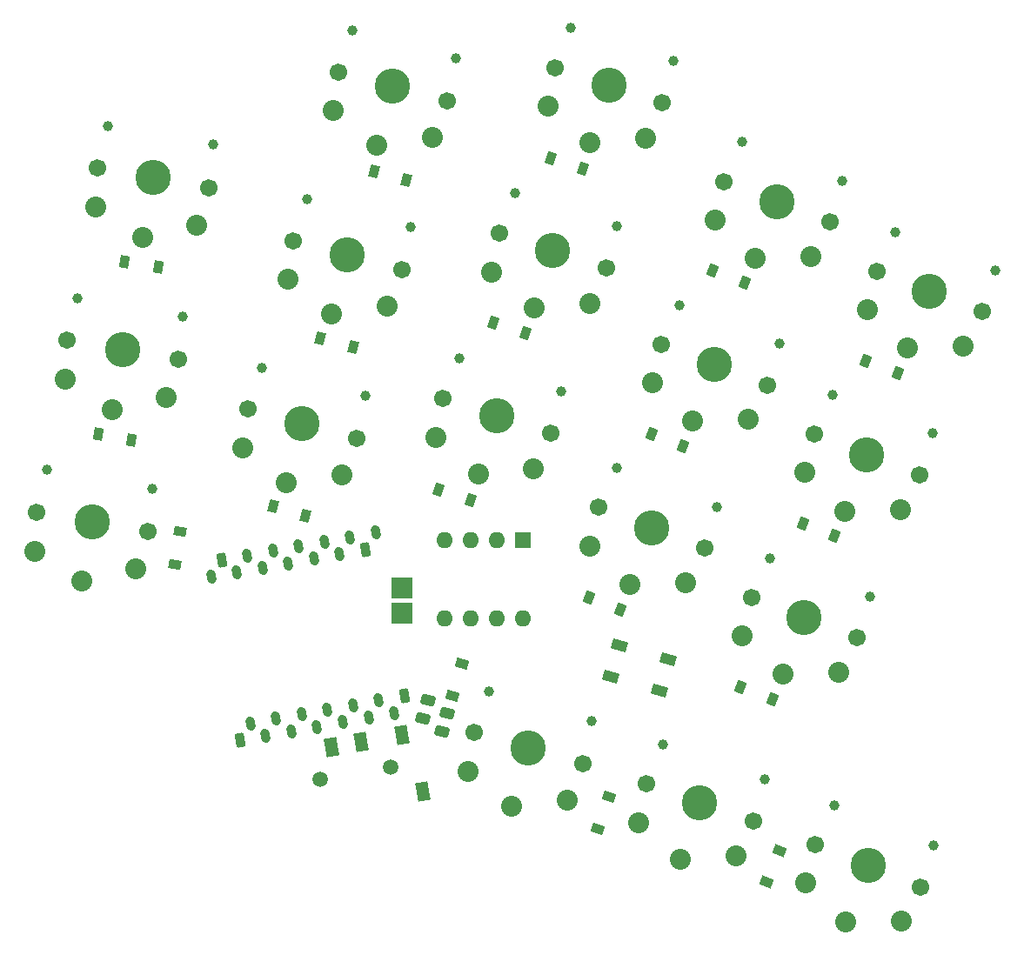
<source format=gbr>
%TF.GenerationSoftware,KiCad,Pcbnew,7.0.5*%
%TF.CreationDate,2023-06-17T18:52:54+04:00*%
%TF.ProjectId,KBD,4b42442e-6b69-4636-9164-5f7063625858,rev?*%
%TF.SameCoordinates,Original*%
%TF.FileFunction,Soldermask,Top*%
%TF.FilePolarity,Negative*%
%FSLAX46Y46*%
G04 Gerber Fmt 4.6, Leading zero omitted, Abs format (unit mm)*
G04 Created by KiCad (PCBNEW 7.0.5) date 2023-06-17 18:52:54*
%MOMM*%
%LPD*%
G01*
G04 APERTURE LIST*
G04 Aperture macros list*
%AMRoundRect*
0 Rectangle with rounded corners*
0 $1 Rounding radius*
0 $2 $3 $4 $5 $6 $7 $8 $9 X,Y pos of 4 corners*
0 Add a 4 corners polygon primitive as box body*
4,1,4,$2,$3,$4,$5,$6,$7,$8,$9,$2,$3,0*
0 Add four circle primitives for the rounded corners*
1,1,$1+$1,$2,$3*
1,1,$1+$1,$4,$5*
1,1,$1+$1,$6,$7*
1,1,$1+$1,$8,$9*
0 Add four rect primitives between the rounded corners*
20,1,$1+$1,$2,$3,$4,$5,0*
20,1,$1+$1,$4,$5,$6,$7,0*
20,1,$1+$1,$6,$7,$8,$9,0*
20,1,$1+$1,$8,$9,$2,$3,0*%
%AMHorizOval*
0 Thick line with rounded ends*
0 $1 width*
0 $2 $3 position (X,Y) of the first rounded end (center of the circle)*
0 $4 $5 position (X,Y) of the second rounded end (center of the circle)*
0 Add line between two ends*
20,1,$1,$2,$3,$4,$5,0*
0 Add two circle primitives to create the rounded ends*
1,1,$1,$2,$3*
1,1,$1,$4,$5*%
%AMRotRect*
0 Rectangle, with rotation*
0 The origin of the aperture is its center*
0 $1 length*
0 $2 width*
0 $3 Rotation angle, in degrees counterclockwise*
0 Add horizontal line*
21,1,$1,$2,0,0,$3*%
G04 Aperture macros list end*
%ADD10C,1.500000*%
%ADD11RotRect,1.200000X1.810000X10.000000*%
%ADD12RotRect,1.235000X1.810000X10.000000*%
%ADD13RotRect,0.900000X1.200000X165.000000*%
%ADD14RotRect,0.900000X1.200000X254.000000*%
%ADD15C,1.701800*%
%ADD16C,0.990600*%
%ADD17C,3.429000*%
%ADD18C,2.032000*%
%ADD19RotRect,0.900000X1.200000X170.000000*%
%ADD20R,2.000000X2.000000*%
%ADD21RoundRect,0.225000X-0.139099X-0.506855X0.304065X-0.428713X0.139099X0.506855X-0.304065X0.428713X0*%
%ADD22HorizOval,0.900000X-0.043412X0.246202X0.043412X-0.246202X0*%
%ADD23RotRect,0.900000X1.200000X251.000000*%
%ADD24RotRect,0.900000X1.200000X260.000000*%
%ADD25RotRect,0.900000X1.200000X339.000000*%
%ADD26RoundRect,0.250000X-0.366727X0.370024X-0.502607X-0.137087X0.366727X-0.370024X0.502607X0.137087X0*%
%ADD27RotRect,1.500000X1.000000X344.000000*%
%ADD28RotRect,0.900000X1.200000X342.000000*%
%ADD29R,1.600000X1.600000*%
%ADD30O,1.600000X1.600000*%
%ADD31RotRect,0.900000X1.200000X248.000000*%
%ADD32RoundRect,0.225000X0.139099X0.506855X-0.304065X0.428713X-0.139099X-0.506855X0.304065X-0.428713X0*%
G04 APERTURE END LIST*
D10*
%TO.C,J3*%
X167021543Y-115115370D03*
X173915197Y-113899833D03*
D11*
X171047211Y-111455722D03*
D12*
X168110022Y-111973628D03*
D11*
X177078626Y-116291849D03*
X174986442Y-110761129D03*
%TD*%
D13*
%TO.C,D14*%
X165650778Y-89427051D03*
X162463222Y-88572949D03*
%TD*%
D14*
%TO.C,D18*%
X180814802Y-103860918D03*
X179905198Y-107033082D03*
%TD*%
D15*
%TO.C,SW1*%
X221214562Y-65658109D03*
D16*
X222981110Y-61837415D03*
D17*
X226349254Y-67629133D03*
D16*
X232727689Y-65578776D03*
D15*
X231483946Y-69600157D03*
D18*
X224234883Y-73137258D03*
X220319554Y-69384899D03*
X229655358Y-72968578D03*
%TD*%
D15*
%TO.C,SW13*%
X179012823Y-78055975D03*
D16*
X180576990Y-74148062D03*
D17*
X184243634Y-79755568D03*
D16*
X190506020Y-77374199D03*
D15*
X189474445Y-81455161D03*
D18*
X182420434Y-85366801D03*
X178314087Y-81824498D03*
X187824652Y-84914668D03*
%TD*%
D19*
%TO.C,D10*%
X148681933Y-82086519D03*
X145432067Y-81513481D03*
%TD*%
D20*
%TO.C,TP2*%
X175006000Y-98933000D03*
%TD*%
D15*
%TO.C,SW5*%
X145353209Y-55605603D03*
D16*
X146358278Y-51518032D03*
D17*
X150769652Y-56560668D03*
D16*
X156639671Y-53330919D03*
D15*
X156186095Y-57515733D03*
D18*
X149745128Y-62371034D03*
X145185750Y-59434697D03*
X155033828Y-61171178D03*
%TD*%
D21*
%TO.C,J1*%
X159245000Y-111322000D03*
D22*
X161707019Y-110887880D03*
X164247823Y-110439867D03*
X166749235Y-109998801D03*
X169250647Y-109557735D03*
X171752058Y-109116668D03*
X174253470Y-108675602D03*
%TD*%
D15*
%TO.C,SW11*%
X209030052Y-97399843D03*
D16*
X210796600Y-93579149D03*
D17*
X214164744Y-99370867D03*
D16*
X220543179Y-97320510D03*
D15*
X219299436Y-101341891D03*
D18*
X212050373Y-104878992D03*
X208135044Y-101126633D03*
X217470848Y-104710312D03*
%TD*%
D23*
%TO.C,D17*%
X195121187Y-116790094D03*
X194046813Y-119910306D03*
%TD*%
D15*
%TO.C,SW17*%
X198788296Y-115581750D03*
D16*
X200420427Y-111701731D03*
D17*
X203988648Y-117372375D03*
D16*
X210291641Y-115100663D03*
D15*
X209189000Y-119163000D03*
D18*
X202067796Y-122950935D03*
X198023896Y-119337505D03*
X207479082Y-122593186D03*
%TD*%
D24*
%TO.C,D15*%
X153448519Y-90958067D03*
X152875481Y-94207933D03*
%TD*%
D25*
%TO.C,D7*%
X199266592Y-81508693D03*
X202347408Y-82691307D03*
%TD*%
D15*
%TO.C,SW4*%
X168799933Y-46249659D03*
D16*
X170157432Y-42265240D03*
D17*
X174112525Y-47673164D03*
D16*
X180241698Y-44967311D03*
D15*
X179425117Y-49096669D03*
D18*
X172585493Y-53372126D03*
X168299383Y-50049587D03*
X177958642Y-52637777D03*
%TD*%
D26*
%TO.C,R2*%
X177528172Y-107449593D03*
X177055828Y-109212407D03*
%TD*%
D15*
%TO.C,SW10*%
X142401190Y-72347334D03*
D16*
X143406259Y-68259763D03*
D17*
X147817633Y-73302399D03*
D16*
X153687652Y-70072650D03*
D15*
X153234076Y-74257464D03*
D18*
X146793109Y-79112765D03*
X142233731Y-76176428D03*
X152081809Y-77912909D03*
%TD*%
D15*
%TO.C,SW7*%
X200266817Y-72791577D03*
D16*
X202033365Y-68970883D03*
D17*
X205401509Y-74762601D03*
D16*
X211779944Y-72712244D03*
D15*
X210536201Y-76733625D03*
D18*
X203287138Y-80270726D03*
X199371809Y-76518367D03*
X208707613Y-80102046D03*
%TD*%
D15*
%TO.C,SW16*%
X215263804Y-121462224D03*
D16*
X217096763Y-117672941D03*
D17*
X220363315Y-123522560D03*
D16*
X226776562Y-121583834D03*
D15*
X225462826Y-125582896D03*
D18*
X218153136Y-128992945D03*
X214303891Y-125172826D03*
X223575729Y-128918892D03*
%TD*%
D20*
%TO.C,TP1*%
X175006000Y-96520000D03*
%TD*%
D27*
%TO.C,D19*%
X196205929Y-102053670D03*
X195323889Y-105129707D03*
X200034071Y-106480330D03*
X200916111Y-103404293D03*
%TD*%
D15*
%TO.C,SW3*%
X189899823Y-45843660D03*
D16*
X191463990Y-41935747D03*
D17*
X195130634Y-47543253D03*
D16*
X201393020Y-45161884D03*
D15*
X200361445Y-49242846D03*
D18*
X193307434Y-53154486D03*
X189201087Y-49612183D03*
X198711652Y-52702353D03*
%TD*%
D25*
%TO.C,D2*%
X205266592Y-65608693D03*
X208347408Y-66791307D03*
%TD*%
%TO.C,D12*%
X193216592Y-97408693D03*
X196297408Y-98591307D03*
%TD*%
D28*
%TO.C,D3*%
X189487757Y-54640122D03*
X192626243Y-55659878D03*
%TD*%
D15*
%TO.C,SW18*%
X182027606Y-110571598D03*
D16*
X183454436Y-106611477D03*
D17*
X187314545Y-112087603D03*
D16*
X193490008Y-109489131D03*
D15*
X192601484Y-113603608D03*
D18*
X185688285Y-117759047D03*
X181460815Y-114362211D03*
X191073432Y-117118584D03*
%TD*%
D25*
%TO.C,D6*%
X214016592Y-90208693D03*
X217097408Y-91391307D03*
%TD*%
D28*
%TO.C,D8*%
X183887757Y-70690122D03*
X187026243Y-71709878D03*
%TD*%
D15*
%TO.C,SW9*%
X164400008Y-62670398D03*
D16*
X165757507Y-58685979D03*
D17*
X169712600Y-64093903D03*
D16*
X175841773Y-61388050D03*
D15*
X175025192Y-65517408D03*
D18*
X168185568Y-69792865D03*
X163899458Y-66470326D03*
X173558717Y-69058516D03*
%TD*%
D29*
%TO.C,SW19*%
X186807000Y-91863500D03*
D30*
X184267000Y-91863500D03*
X181727000Y-91863500D03*
X179187000Y-91863500D03*
X179187000Y-99483500D03*
X181727000Y-99483500D03*
X184267000Y-99483500D03*
X186807000Y-99483500D03*
%TD*%
D31*
%TO.C,D16*%
X211712101Y-122052747D03*
X210475899Y-125112453D03*
%TD*%
D25*
%TO.C,D1*%
X220166592Y-74358693D03*
X223247408Y-75541307D03*
%TD*%
D15*
%TO.C,SW6*%
X215122308Y-81528976D03*
D16*
X216888856Y-77708282D03*
D17*
X220257000Y-83500000D03*
D16*
X226635435Y-81449643D03*
D15*
X225391692Y-85471024D03*
D18*
X218142629Y-89008125D03*
X214227300Y-85255766D03*
X223563104Y-88839445D03*
%TD*%
D13*
%TO.C,D9*%
X170250778Y-73027051D03*
X167063222Y-72172949D03*
%TD*%
D25*
%TO.C,D11*%
X207966592Y-106108693D03*
X211047408Y-107291307D03*
%TD*%
D15*
%TO.C,SW2*%
X206359072Y-56920710D03*
D16*
X208125620Y-53100016D03*
D17*
X211493764Y-58891734D03*
D16*
X217872199Y-56841377D03*
D15*
X216628456Y-60862758D03*
D18*
X209379393Y-64399859D03*
X205464064Y-60647500D03*
X214799868Y-64231179D03*
%TD*%
D19*
%TO.C,D5*%
X151281933Y-65286519D03*
X148032067Y-64713481D03*
%TD*%
D15*
%TO.C,SW14*%
X160000085Y-79091137D03*
D16*
X161357584Y-75106718D03*
D17*
X165312677Y-80514642D03*
D16*
X171441850Y-77808789D03*
D15*
X170625269Y-81938147D03*
D18*
X163785645Y-86213604D03*
X159499535Y-82891065D03*
X169158794Y-85479255D03*
%TD*%
D28*
%TO.C,D13*%
X178587757Y-86890122D03*
X181726243Y-87909878D03*
%TD*%
D32*
%TO.C,J2*%
X171453470Y-92775602D03*
D22*
X168952058Y-93216668D03*
X166450647Y-93657735D03*
X163949235Y-94098801D03*
X161447823Y-94539867D03*
X158946412Y-94980934D03*
X156445000Y-95422000D03*
%TD*%
D15*
%TO.C,SW15*%
X139449171Y-89089067D03*
D16*
X140454240Y-85001496D03*
D17*
X144865614Y-90044132D03*
D16*
X150735633Y-86814383D03*
D15*
X150282057Y-90999197D03*
D18*
X143841090Y-95854498D03*
X139281712Y-92918161D03*
X149129790Y-94654642D03*
%TD*%
D15*
%TO.C,SW8*%
X184456322Y-61949818D03*
D16*
X186020489Y-58041905D03*
D17*
X189687133Y-63649411D03*
D16*
X195949519Y-61268042D03*
D15*
X194917944Y-65349004D03*
D18*
X187863933Y-69260644D03*
X183757586Y-65718341D03*
X193268151Y-68808511D03*
%TD*%
D13*
%TO.C,D4*%
X175450778Y-56827051D03*
X172263222Y-55972949D03*
%TD*%
D26*
%TO.C,R1*%
X179415344Y-108727186D03*
X178943000Y-110490000D03*
%TD*%
D15*
%TO.C,SW12*%
X194174561Y-88662445D03*
D16*
X195941109Y-84841751D03*
D17*
X199309253Y-90633469D03*
D16*
X205687688Y-88583112D03*
D15*
X204443945Y-92604493D03*
D18*
X197194882Y-96141594D03*
X193279553Y-92389235D03*
X202615357Y-95972914D03*
%TD*%
D10*
%TO.C,J3*%
X167013355Y-115120737D03*
X173907009Y-113905200D03*
%TD*%
D32*
%TO.C,J2*%
X175264650Y-107015370D03*
D22*
X172763238Y-107456436D03*
X170261827Y-107897503D03*
X167760415Y-108338569D03*
X165259003Y-108779635D03*
X162757592Y-109220702D03*
X160256180Y-109661768D03*
%TD*%
D21*
%TO.C,J1*%
X157449200Y-93763000D03*
D22*
X159911219Y-93328880D03*
X162452023Y-92880867D03*
X164953435Y-92439801D03*
X167454847Y-91998735D03*
X169956258Y-91557668D03*
X172457670Y-91116602D03*
%TD*%
M02*

</source>
